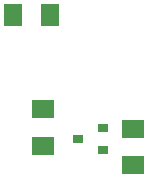
<source format=gtp>
G04 MADE WITH FRITZING*
G04 WWW.FRITZING.ORG*
G04 DOUBLE SIDED*
G04 HOLES PLATED*
G04 CONTOUR ON CENTER OF CONTOUR VECTOR*
%ASAXBY*%
%FSLAX23Y23*%
%MOIN*%
%OFA0B0*%
%SFA1.0B1.0*%
%ADD10R,0.074803X0.062992*%
%ADD11R,0.035433X0.031496*%
%ADD12R,0.062992X0.074803*%
%ADD13R,0.001000X0.001000*%
%LNPASTEMASK1*%
G90*
G70*
G54D10*
X767Y122D03*
X767Y244D03*
G54D11*
X667Y172D03*
X667Y247D03*
X585Y210D03*
G54D10*
X468Y308D03*
X468Y186D03*
G54D12*
X367Y623D03*
X489Y623D03*
G54D13*
D02*
G04 End of PasteMask1*
M02*
</source>
